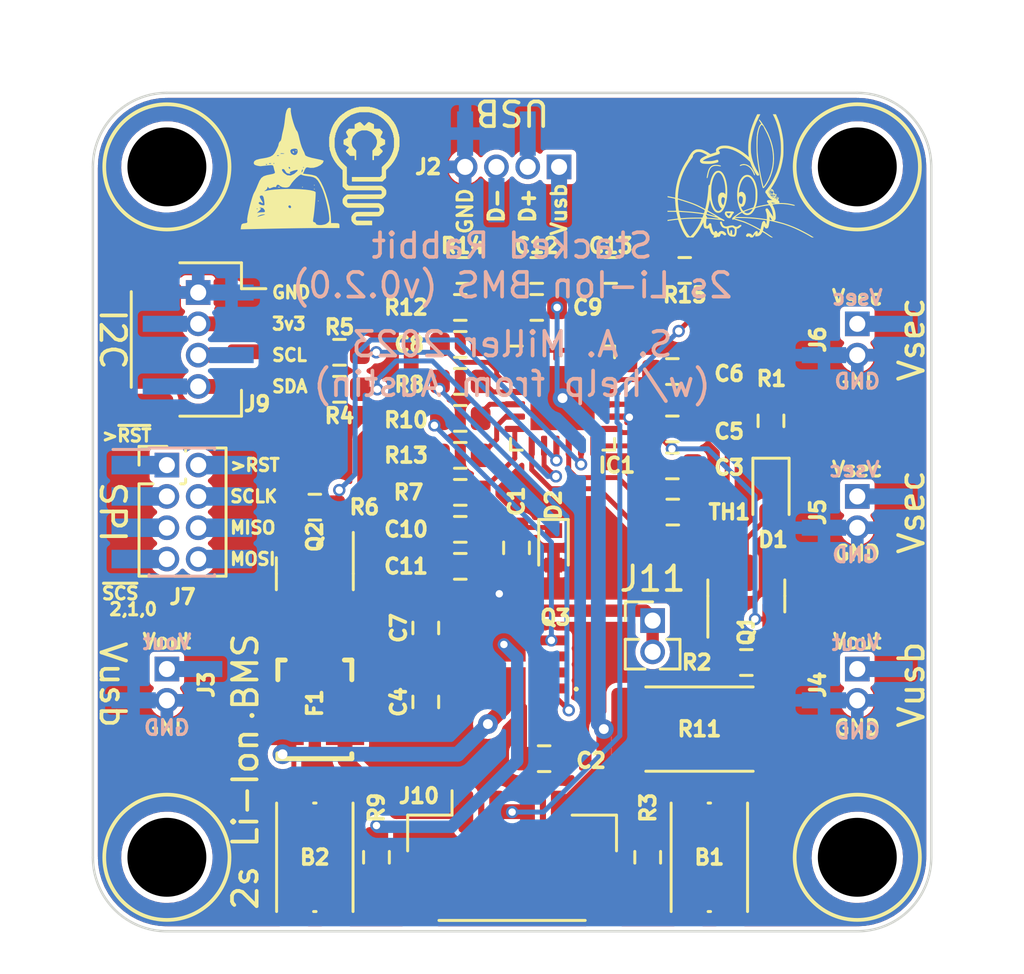
<source format=kicad_pcb>
(kicad_pcb (version 20211014) (generator pcbnew)
  (title_block (title "2s Li-Ion BMS") (rev "0.2.0") (company "The Nerd Mage / Austins Creations"))
  (layers (0 "F.Cu" signal) (31 "B.Cu" signal) (34 "B.Paste" user) (35 "F.Paste" user) (36 "B.SilkS" user "B.Silkscreen") (37 "F.SilkS" user "F.Silkscreen") (38 "B.Mask" user) (39 "F.Mask" user) (44 "Edge.Cuts" user))
  (net 0 "")
  (net 1 "UD+")
  (net 2 "UD-")
  (net 3 "GND")
  (net 8 "SDA")
  (net 9 "SCL")
  (net 10 "RESET")
  (net 11 "~{RESET}")
  (net 12 "~{SCS}2")
  (net 13 "SCLK")
  (net 14 "~{SCS}1")
  (net 15 "MISO")
  (net 16 "Vcc?")
  (net 17 "~{SCS}0")
  (net 18 "MOSI")
  (net 19 "Vusb")
  (net 20 "Net-(C10-Pad2)")
  (net 21 "/vbatt_fused")
  (net 22 "Net-(B2-Pad2)")
  (net 23 "VBUS")
  (net 24 "+BATT")
  (net 25 "/cell")
  (net 26 "Net-(D1-Pad1)")
  (net 27 "GNDREF")
  (net 28 "Net-(C4-Pad2)")
  (net 29 "+3.3VA")
  (net 30 "Net-(C2-Pad2)")
  (net 31 "/reg2")
  (net 37 "Net-(D1-Pad2)")
  (net 38 "/cell1")
  (net 39 "Net-(Q3-Pad4)")
  (net 40 "/batts")
  (net 41 "Net-(F1-Pad2)")
  (net 42 "/pckp")
  (net 43 "/in")
  (net 44 "/cp")
  (net 45 "/chg")
  (net 46 "/dis")
  (net 47 "/zvc")
  (net 48 "/aoldo")
  (net 49 "/alrt_")
  (net 50 "/scl_")
  (net 51 "/sda_")
  (net 52 "/th1")
  (net 53 "/pfail")
  (net 54 "/alrt")
  (footprint "Tinker:Mount" (layer "F.Cu") (at 114 114)
    (fp_text reference "REF**" hide)
    (fp_text value "Mount" hide)
  )
  (footprint "Resistor_SMD:R_0603_1608Metric" (layer "F.Cu") (at 110.5 96.3 90)
    (fp_text reference "R1")
    (fp_text value "10k")
  )
  (footprint "Resistor_SMD:R_0603_1608Metric" (layer "F.Cu") (at 105.5 114 90)
    (fp_text reference "R3")
    (fp_text value "150r")
  )
  (footprint "Resistor_SMD:R_0603_1608Metric" (layer "F.Cu") (at 97.9 91.7)
    (fp_text reference "R12")
    (fp_text value "10r")
  )
  (footprint "Resistor_SMD:R_0603_1608Metric" (layer "F.Cu") (at 97.9 93.2 180)
    (fp_text reference "C8")
    (fp_text value "470nF")
  )
  (footprint "Tinker:QWIIC_Stack_II" (layer "F.Cu") (at 87.27 93 -90)
    (fp_text reference "J9")
    (fp_text value "QWIIC_Stack_II")
  )
  (footprint "Resistor_SMD:R_0603_1608Metric" (layer "F.Cu") (at 101 90.2)
    (fp_text reference "C12")
    (fp_text value "10nF")
  )
  (footprint "Resistor_SMD:R_0603_1608Metric" (layer "F.Cu") (at 106.517549 100)
    (fp_text reference "TH1")
    (fp_text value "Thermistor_NTC")
  )
  (footprint "Resistor_SMD:R_0603_1608Metric" (layer "F.Cu") (at 96.5 104.7 90)
    (fp_text reference "C7")
    (fp_text value "100nF")
  )
  (footprint "Resistor_SMD:R_2512_6332Metric" (layer "F.Cu") (at 107.6 108.8)
    (fp_text reference "R11")
    (fp_text value "5mR")
  )
  (footprint "Tinker:PinHeader_2x04_P1.27mm_Vertical" (layer "F.Cu") (at 86 98.095)
    (fp_text reference "J7")
    (fp_text value "Conn_01x08_Male" hide)
  )
  (footprint "Resistor_SMD:R_0603_1608Metric" (layer "F.Cu") (at 97.9 100.7)
    (fp_text reference "C10")
    (fp_text value "100nF")
  )
  (footprint "Tinker:Mount" (layer "F.Cu") (at 86 114)
    (fp_text reference "REF**" hide)
    (fp_text value "Mount" hide)
  )
  (footprint "Tinker:DagNabbit" (layer "F.Cu") (at 109 87)
    (fp_text reference "REF**" hide)
    (fp_text value "DagNabbit" hide)
  )
  (footprint "Resistor_SMD:R_0603_1608Metric" (layer "F.Cu") (at 93 95.02)
    (fp_text reference "R4")
    (fp_text value "150r")
  )
  (footprint "Resistor_SMD:R_0603_1608Metric" (layer "F.Cu") (at 93 93.52 180)
    (fp_text reference "R5")
    (fp_text value "150r")
  )
  (footprint "Diode_SMD:D_SOD-523" (layer "F.Cu") (at 101.680183 101.450511 -90)
    (fp_text reference "D2")
    (fp_text value "RB520SM-30T2R")
  )
  (footprint "Tinker:SISF06DNT1GE3" (layer "F.Cu") (at 100.251744 106.178521 180)
    (fp_text reference "Q3")
    (fp_text value "SiSF06DN" hide)
  )
  (footprint "Package_TO_SOT_SMD:SOT-23" (layer "F.Cu") (at 92 102.5 -90)
    (fp_text reference "Q2")
    (fp_text value "AO3400")
  )
  (footprint "Tinker:Board_Stacker_2" (layer "F.Cu") (at 114 106.365)
    (fp_text reference "J4")
    (fp_text value "Conn_01x02_Male")
  )
  (footprint "Tinker:Mount" (layer "F.Cu") (at 114 86)
    (fp_text reference "REF**" hide)
    (fp_text value "Mount" hide)
  )
  (footprint "Resistor_SMD:R_0603_1608Metric" (layer "F.Cu") (at 109.5 106.1 180)
    (fp_text reference "R2")
    (fp_text value "10k")
  )
  (footprint "Resistor_SMD:R_0603_1608Metric" (layer "F.Cu") (at 97.9 96.2 180)
    (fp_text reference "R10")
    (fp_text value "100r")
  )
  (footprint "Resistor_SMD:R_0603_1608Metric" (layer "F.Cu") (at 106.5 94.3)
    (fp_text reference "C6")
    (fp_text value "470nF")
  )
  (footprint "LED_SMD:LED_0603_1608Metric" (layer "F.Cu") (at 110.5 99.3 -90)
    (fp_text reference "D1")
    (fp_text value "red")
  )
  (footprint "Package_TO_SOT_SMD:SOT-23" (layer "F.Cu") (at 109.5 103.4 90)
    (fp_text reference "Q1")
    (fp_text value "AO3401A")
  )
  (footprint "Tinker:Board_Stacker_4" (layer "F.Cu") (at 101.905 86 -90)
    (fp_text reference "J2")
    (fp_text value "Conn_01x04_Male")
  )
  (footprint "Resistor_SMD:R_0603_1608Metric" (layer "F.Cu") (at 107 90.2)
    (fp_text reference "R15")
    (fp_text value "49.9r")
  )
  (footprint "Tinker:Board_Stacker_2" (layer "F.Cu") (at 86 106.365)
    (fp_text reference "J3")
    (fp_text value "Conn_01x02_Male")
  )
  (footprint "Resistor_SMD:R_0603_1608Metric" (layer "F.Cu") (at 92 99.8 180)
    (fp_text reference "R6")
    (fp_text value "10k")
  )
  (footprint "Connector_JST:JST_GH_SM04B-GHS-TB_1x04-1MP_P1.25mm_Horizontal" (layer "F.Cu") (at 100 114)
    (fp_text reference "J10")
    (fp_text value "Battery")
  )
  (footprint "Resistor_SMD:R_0603_1608Metric" (layer "F.Cu") (at 106.5 96.627756)
    (fp_text reference "C5")
    (fp_text value "470nF")
  )
  (footprint "Tinker:SW_Push_TS273014TP" (layer "F.Cu") (at 92 114 90)
    (fp_text reference "B2")
    (fp_text value "button" hide)
  )
  (footprint "Resistor_SMD:R_0603_1608Metric" (layer "F.Cu") (at 97.9 94.7 180)
    (fp_text reference "R8")
    (fp_text value "100r")
  )
  (footprint "Tinker:Board_Stacker_2" (layer "F.Cu") (at 114 92.365)
    (fp_text reference "J6")
    (fp_text value "Conn_01x02_Male")
  )
  (footprint "Resistor_SMD:R_0603_1608Metric" (layer "F.Cu") (at 104 90.2)
    (fp_text reference "C13")
    (fp_text value "10nF")
  )
  (footprint "Resistor_SMD:R_0603_1608Metric" (layer "F.Cu") (at 106.5 98.127756)
    (fp_text reference "C3")
    (fp_text value "470nF")
  )
  (footprint "Resistor_SMD:R_0603_1608Metric" (layer "F.Cu") (at 97.9 102.2 180)
    (fp_text reference "C11")
    (fp_text value "100nF")
  )
  (footprint "Tinker:Board_Stacker_2" (layer "F.Cu") (at 114 99.365)
    (fp_text reference "J5")
    (fp_text value "Conn_01x02_Male")
  )
  (footprint "Tinker:Mount" (layer "F.Cu") (at 86 86)
    (fp_text reference "REF**" hide)
    (fp_text value "Mount" hide)
  )
  (footprint "Tinker:NerdMage" (layer "F.Cu") (at 91 86)
    (fp_text reference "G***" hide)
    (fp_text value "LOGO" hide)
  )
  (footprint "Tinker:SW_Push_TS273014TP" (layer "F.Cu") (at 108 114 90)
    (fp_text reference "B1")
    (fp_text value "button" hide)
  )
  (footprint "Tinker:AC_Logo" (layer "F.Cu") (at 94 86)
    (fp_text reference "G***" hide)
    (fp_text value "LOGO" hide)
  )
  (footprint "Resistor_SMD:R_0603_1608Metric" (layer "F.Cu") (at 96.5 107.7 90)
    (fp_text reference "C4")
    (fp_text value "100nF")
  )
  (footprint "Resistor_SMD:R_0603_1608Metric" (layer "F.Cu") (at 101.3 110)
    (fp_text reference "C2")
    (fp_text value "100nF")
  )
  (footprint "Resistor_SMD:R_0603_1608Metric" (layer "F.Cu") (at 97.9 99.2)
    (fp_text reference "R7")
    (fp_text value "1k")
  )
  (footprint "Resistor_SMD:R_0603_1608Metric" (layer "F.Cu") (at 100.180183 101.450511 90)
    (fp_text reference "C1")
    (fp_text value "10nF")
  )
  (footprint "Package_DFN_QFN:QFN-24-1EP_4x4mm_P0.5mm_EP2.6x2.6mm" (layer "F.Cu") (at 102.047361 95.377756)
    (fp_text reference "IC1")
    (fp_text value "MAX17320")
  )
  (footprint "Resistor_SMD:R_0603_1608Metric" (layer "F.Cu") (at 94.5 114 -90)
    (fp_text reference "R9")
    (fp_text value "1k")
  )
  (footprint "Resistor_SMD:R_0603_1608Metric" (layer "F.Cu") (at 101 91.7)
    (fp_text reference "C9")
    (fp_text value "100nF")
  )
  (footprint "Resistor_SMD:R_0603_1608Metric" (layer "F.Cu") (at 97.9 97.7 180)
    (fp_text reference "R13")
    (fp_text value "1k")
  )
  (footprint "Resistor_SMD:R_0603_1608Metric" (layer "F.Cu") (at 98 90.2)
    (fp_text reference "R14")
    (fp_text value "49.9r")
  )
  (footprint "Connector_PinHeader_1.27mm:PinHeader_1x02_P1.27mm_Vertical" (layer "F.Cu") (at 105.7 104.4)
    (fp_text reference "J11")
    (fp_text value "Conn_01x02")
  )
  (footprint "Tinker:SCF40301204" (layer "F.Cu") (at 92 108 -90)
    (fp_text reference "F1")
    (fp_text value "SCF4030" hide)
  )
  (gr_line (start 117 86) (end 117 114) (layer "Edge.Cuts") (width 0.1))
  (gr_arc (start 86 117) (mid 83.87868 116.12132) (end 83 114) (layer "Edge.Cuts") (width 0.1))
  (gr_arc (start 83 86) (mid 83.87868 83.87868) (end 86 83) (layer "Edge.Cuts") (width 0.1))
  (gr_line (start 86 83) (end 114 83) (layer "Edge.Cuts") (width 0.1))
  (gr_line (start 83 114) (end 83 86) (layer "Edge.Cuts") (width 0.1))
  (gr_arc (start 114 83) (mid 116.12132 83.87868) (end 117 86) (layer "Edge.Cuts") (width 0.1))
  (gr_line (start 86 117) (end 114 117) (layer "Edge.Cuts") (width 0.1))
  (gr_arc (start 117 114) (mid 116.12132 116.12132) (end 114 117) (layer "Edge.Cuts") (width 0.1))
  (gr_text "Stacked Rabbit\n${TITLE} (v${REVISION})" (at 100 90) (layer "B.SilkS") (effects (font (size 1 1)) (justify mirror)))
  (gr_text "GND" (at 113.911636 101.744492) (layer "B.SilkS") (effects (font (size 0.6 0.6) (thickness 0.125)) (justify mirror)))
  (gr_text "GND" (at 85.995908 108.747728) (layer "B.SilkS") (effects (font (size 0.6 0.6) (thickness 0.125)) (justify mirror)))
  (gr_text "Vout" (at 113.950572 105.303488) (layer "B.SilkS") (effects (font (size 0.6 0.6) (thickness 0.125)) (justify mirror)))
  (gr_text "GND" (at 114 94.7) (layer "B.SilkS") (effects (font (size 0.6 0.6) (thickness 0.125)) (justify mirror)))
  (gr_text "Vsec" (at 113.872799 98.268635) (layer "B.SilkS") (effects (font (size 0.6 0.6) (thickness 0.125)) (justify mirror)))
  (gr_text "Vsec" (at 114 91.3) (layer "B.SilkS") (effects (font (size 0.6 0.6) (thickness 0.125)) (justify mirror)))
  (gr_text "GND" (at 113.997176 108.89197) (layer "B.SilkS") (effects (font (size 0.6 0.6) (thickness 0.125)) (justify mirror)))
  (gr_text "S. A. Miller 2023\n(w/help from Austin)" (at 100 94) (layer "B.SilkS") (effects (font (size 1 1)) (justify mirror)))
  (gr_text "Vout" (at 86.009393 105.268635) (layer "B.SilkS") (effects (font (size 0.6 0.6) (thickness 0.125)) (justify mirror)))
  (gr_text "SDA" (at 90.2 94.905) (layer "F.SilkS") (effects (font (size 0.5 0.5) (thickness 0.125)) (justify left)))
  (gr_text "Vsec" (at 116.2 100 90) (layer "F.SilkS") (effects (font (size 1 1))))
  (gr_text "2,1,0" (at 83.6 103.94) (layer "F.SilkS") (effects (font (size 0.5 0.5) (thickness 0.125)) (justify left)))
  (gr_text "3v3" (at 90.2 92.365) (layer "F.SilkS") (effects (font (size 0.5 0.5) (thickness 0.125)) (justify left)))
  (gr_text "Vout" (at 114 105.245) (layer "F.SilkS") (effects (font (size 0.6 0.6) (thickness 0.125))))
  (gr_text "~{SCS}" (at 83.3 103.3) (layer "F.SilkS") (effects (font (size 0.5 0.5) (thickness 0.125)) (justify left)))
  (gr_text "GND" (at 114 94.7) (layer "F.SilkS") (effects (font (size 0.6 0.6) (thickness 0.125))))
  (gr_text "GND" (at 90.2 91.095) (layer "F.SilkS") (effects (font (size 0.5 0.5) (thickness 0.125)) (justify left)))
  (gr_text "D-" (at 99.365 86.8 90) (layer "F.SilkS") (effects (font (size 0.6 0.6)) (justify right)))
  (gr_text ">~{RST}" (at 83.3 96.9) (layer "F.SilkS") (effects (font (size 0.5 0.5) (thickness 0.125)) (justify left)))
  (gr_text "D+" (at 100.635 86.8 90) (layer "F.SilkS") (effects (font (size 0.6 0.6)) (justify right)))
  (gr_text "GND" (at 114 101.665) (layer "F.SilkS") (effects (font (size 0.6 0.6) (thickness 0.125))))
  (gr_text "Vsec" (at 116.2 93 90) (layer "F.SilkS") (effects (font (size 1 1))))
  (gr_text "USB" (at 100 83.8 180) (layer "F.SilkS") (effects (font (size 1 1))))
  (gr_text "SCLK" (at 88.5 99.365) (layer "F.SilkS") (effects (font (size 0.5 0.5) (thickness 0.125)) (justify left)))
  (gr_text ">RST" (at 88.5 98.095) (layer "F.SilkS") (effects (font (size 0.5 0.5) (thickness 0.125)) (justify left)))
  (gr_text "SPI" (at 83.8 100 -90) (layer "F.SilkS") (effects (font (size 1 1))))
  (gr_text "Vusb" (at 116.2 107 90) (layer "F.SilkS") (effects (font (size 1 1))))
  (gr_text "GND" (at 98.095 86.8 90) (layer "F.SilkS") (effects (font (size 0.6 0.6) (thickness 0.125)) (justify right)))
  (gr_text "SCL" (at 90.2 93.635) (layer "F.SilkS") (effects (font (size 0.5 0.5) (thickness 0.125)) (justify left)))
  (gr_text "GND" (at 114 108.745) (layer "F.SilkS") (effects (font (size 0.6 0.6) (thickness 0.125))))
  (gr_text "I2C" (at 83.8 93 -90) (layer "F.SilkS") (effects (font (size 1 1))))
  (gr_text "MISO" (at 88.5 100.635) (layer "F.SilkS") (effects (font (size 0.5 0.5) (thickness 0.125)) (justify left)))
  (gr_text "MOSI" (at 88.5 101.905) (layer "F.SilkS") (effects (font (size 0.5 0.5) (thickness 0.125)) (justify left)))
  (gr_text "GND" (at 86 108.745) (layer "F.SilkS") (effects (font (size 0.6 0.6) (thickness 0.125))))
  (gr_text "Vusb" (at 101.905 86.6 90) (layer "F.SilkS") (effects (font (size 0.6 0.6) (thickness 0.125)) (justify right)))
  (gr_text "${TITLE}" (at 89.185498 110.528404 90) (layer "F.SilkS") (effects (font (size 1 1))))
  (gr_text "Vusb" (at 83.8 107 -90) (layer "F.SilkS") (effects (font (size 1 1))))
  (gr_text "Vsec" (at 114 98.265) (layer "F.SilkS") (effects (font (size 0.6 0.6) (thickness 0.125))))
  (gr_text "Vout" (at 86 105.245) (layer "F.SilkS") (effects (font (size 0.6 0.6) (thickness 0.125))))
  (gr_text "Vsec" (at 114 91.3) (layer "F.SilkS") (effects (font (size 0.6 0.6) (thickness 0.125))))
  (via (at 104.755369 96.153423) (size 0.5) (drill 0.3) (layers "F.Cu" "B.Cu") (net 3))
  (via (at 99.481009 103.313554) (size 0.5) (drill 0.3) (layers "F.Cu" "B.Cu") (net 3))
  (segment (start 92.06 93.635) (end 92.175 93.52) (width 0.2) (layer "F.Cu") (net 8))
  (segment (start 87.27 93.635) (end 92.06 93.635) (width 0.2) (layer "F.Cu") (net 8))
  (segment (start 92.06 94.905) (end 92.175 95.02) (width 0.2) (layer "F.Cu") (net 9))
  (segment (start 87.27 94.905) (end 92.06 94.905) (width 0.2) (layer "F.Cu") (net 9))
  (segment (start 98.725 100.7) (end 98.725 102.2) (width 0.2) (layer "F.Cu") (net 20))
  (segment (start 91.15 115.85) (end 91.15 112.15) (width 0.2) (layer "F.Cu") (net 21))
  (segment (start 96.5 108.525) (end 98.036479 106.988521) (width 0.2) (layer "F.Cu") (net 21))
  (segment (start 91.15 108.625) (end 90.775 108.25) (width 0.2) (layer "F.Cu") (net 21))
  (segment (start 99.668744 107.946821) (end 99.668744 106.988521) (width 0.6) (layer "F.Cu") (net 21))
  (segment (start 90.690198 109.820778) (end 90.775 109.735976) (width 0.6) (layer "F.Cu") (net 21))
  (segment (start 100.505744 107.890521) (end 100.505744 110.013618) (width 0.2) (layer "F.Cu") (net 21))
  (segment (start 90.775 109.735976) (end 90.775 108.25) (width 0.6) (layer "F.Cu") (net 21))
  (segment (start 91.15 112.15) (end 91.15 111.47) (width 0.2) (layer "F.Cu") (net 21))
  (segment (start 91.15 111.47) (end 91.15 108.625) (width 0.2) (layer "F.Cu") (net 21))
  (segment (start 98.036479 106.988521) (end 99.668744 106.988521) (width 0.2) (layer "F.Cu") (net 21))
  (segment (start 100.398744 107.783521) (end 100.505744 107.890521) (width 0.2) (layer "F.Cu") (net 21))
  (segment (start 99.019244 108.596321) (end 99.668744 107.946821) (width 0.6) (layer "F.Cu") (net 21))
  (via (at 90.690198 109.820778) (size 0.8) (drill 0.4) (layers "F.Cu" "B.Cu") (net 21))
  (via (at 99.019244 108.596321) (size 0.8) (drill 0.4) (layers "F.Cu" "B.Cu") (net 21))
  (segment (start 99.019244 108.596321) (end 97.794787 109.820778) (width 0.6) (layer "B.Cu") (net 21))
  (segment (start 97.794787 109.820778) (end 90.690198 109.820778) (width 0.6) (layer "B.Cu") (net 21))
  (segment (start 92.85 115.85) (end 93.55714 115.85) (width 0.2) (layer "F.Cu") (net 22))
  (segment (start 92.85 115.85) (end 92.85 112.15) (width 0.2) (layer "F.Cu") (net 22))
  (segment (start 93.55714 115.85) (end 94.441236 114.965904) (width 0.2) (layer "F.Cu") (net 22))
  (segment (start 105.7 104.3) (end 105.7 105.57) (width 0.5) (layer "F.Cu") (net 23))
  (segment (start 100.202177 104) (end 105.4 104) (width 0.5) (layer "F.Cu") (net 23))
  (segment (start 99.668744 104.533433) (end 100.202177 104) (width 0.5) (layer "F.Cu") (net 23))
  (segment (start 96.5 103.875) (end 95.699884 103.074884) (width 0.5) (layer "F.Cu") (net 23))
  (segment (start 95.699884 103.074884) (end 95.699884 101.561723) (width 0.5) (layer "F.Cu") (net 23))
  (segment (start 96.5 103.875) (end 97.993521 105.368521) (width 0.5) (layer "F.Cu") (net 23))
  (segment (start 97.075 99.2) (end 97.075 100.7) (width 0.5) (layer "F.Cu") (net 23))
  (segment (start 105.4 104) (end 105.7 104.3) (width 0.5) (layer "F.Cu") (net 23))
  (segment (start 97.993521 105.368521) (end 99.668744 105.368521) (width 0.5) (layer "F.Cu") (net 23))
  (segment (start 96.561607 100.7) (end 97.075 100.7) (width 0.5) (layer "F.Cu") (net 23))
  (segment (start 95.699884 101.561723) (end 96.561607 100.7) (width 0.5) (layer "F.Cu") (net 23))
  (segment (start 99.668744 105.368521) (end 99.668744 104.533433) (width 0.5) (layer "F.Cu") (net 23))
  (segment (start 97.075 97.7) (end 97.075 99.2) (width 0.5) (layer "F.Cu") (net 23))
  (via (at 94.5 112.712474) (size 0.5) (drill 0.3) (layers "F.Cu" "B.Cu") (net 23))
  (via (at 99.668744 105.368521) (size 0.5) (drill 0.3) (layers "F.Cu" "B.Cu") (net 23))
  (segment (start 99.668744 105.369616) (end 100.206957 105.907829) (width 0.5) (layer "B.Cu") (net 23))
  (segment (start 100.206957 105.907829) (end 100.206957 110.092968) (width 0.5) (layer "B.Cu") (net 23))
  (segment (start 100.206957 110.092968) (end 97.537666 112.762259) (width 0.5) (layer "B.Cu") (net 23))
  (segment (start 94.5 112.712474) (end 94.549785 112.762259) (width 0.5) (layer "B.Cu") (net 23))
  (segment (start 99.668744 105.368521) (end 99.668744 105.369616) (width 0.5) (layer "B.Cu") (net 23))
  (segment (start 94.549785 112.762259) (end 97.537666 112.762259) (width 0.5) (layer "B.Cu") (net 23))
  (segment (start 97.075 91.7) (end 97.075 90.3) (width 0.6) (layer "F.Cu") (net 24))
  (segment (start 96.636838 91.7) (end 97.075 91.7) (width 0.6) (layer "F.Cu") (net 24))
  (segment (start 94.023184 97.033609) (end 95.907616 95.149177) (width 0.6) (layer "F.Cu") (net 24))
  (segment (start 95.907616 92.429222) (end 96.636838 91.7) (width 0.6) (layer "F.Cu") (net 24))
  (segment (start 95.314818 112.15) (end 98.125 112.15) (width 0.6) (layer "F.Cu") (net 24))
  (segment (start 95.907616 95.149177) (end 95.907616 92.429222) (width 0.6) (layer "F.Cu") (net 24))
  (segment (start 97.075 90.3) (end 97.175 90.2) (width 0.6) (layer "F.Cu") (net 24))
  (segment (start 93.225 108.25) (end 94.023184 107.451816) (width 0.6) (layer "F.Cu") (net 24))
  (segment (start 93.225 110.060182) (end 95.314818 112.15) (width 0.6) (layer "F.Cu") (net 24))
  (segment (start 94.023184 107.451816) (end 94.023184 97.033609) (width 0.6) (layer "F.Cu") (net 24))
  (segment (start 93.225 108.25) (end 93.225 110.060182) (width 0.6) (layer "F.Cu") (net 24))
  (segment (start 106.756738 92.657733) (end 107.825 91.589471) (width 0.2) (layer "F.Cu") (net 25))
  (segment (start 99.375 112.15) (end 100.625 112.15) (width 0.6) (layer "F.Cu") (net 25))
  (segment (start 107.825 91.589471) (end 107.825 90.2) (width 0.2) (layer "F.Cu") (net 25))
  (via (at 106.756738 92.657733) (size 0.5) (drill 0.3) (layers "F.Cu" "B.Cu") (net 25))
  (via (at 100.002644 112.166451) (size 0.5) (drill 0.3) (layers "F.Cu" "B.Cu") (net 25))
  (segment (start 104.37 96.475161) (end 104.255369 96.36053) (width 0.2) (layer "B.Cu") (net 25))
  (segment (start 104.37 109.069239) (end 104.37 96.475161) (width 0.2) (layer "B.Cu") (net 25))
  (segment (start 104.255369 95.159102) (end 106.756738 92.657733) (width 0.2) (layer "B.Cu") (net 25))
  (segment (start 100.002644 112.166451) (end 101.272788 112.166451) (width 0.2) (layer "B.Cu") (net 25))
  (segment (start 101.272788 112.166451) (end 104.37 109.069239) (width 0.2) (layer "B.Cu") (net 25))
  (segment (start 104.255369 96.36053) (end 104.255369 95.159102) (width 0.2) (layer "B.Cu") (net 25))
  (segment (start 110.5 98.5125) (end 110.5 97.125) (width 0.2) (layer "F.Cu") (net 26))
  (segment (start 103.72 110.325774) (end 103.72 108.8) (width 0.6) (layer "F.Cu") (net 27))
  (segment (start 107.325 96.627756) (end 106.325 95.627756) (width 0.2) (layer "F.Cu") (net 27))
  (segment (start 103.937913 95.674704) (end 103.984861 95.627756) (width 0.2) (layer "F.Cu") (net 27))
  (segment (start 105.997244 95.627756) (end 107.325 94.3) (width 0.2) (layer "F.Cu") (net 27))
  (segment (start 107.946717 96.627756) (end 107.325 96.627756) (width 0.2) (layer "F.Cu") (net 27))
  (segment (start 107.342549 100) (end 107.869671 100) (width 0.2) (layer "F.Cu") (net 27))
  (segment (start 104.825 90.898691) (end 102.797361 92.92633) (width 0.2) (layer "F.Cu") (net 27))
  (segment (start 103.72 108.8) (end 104.6375 108.8) (width 0.6) (layer "F.Cu") (net 27))
  (segment (start 102.797361 94.627756) (end 102.047361 95.377756) (width 0.2) (layer "F.Cu") (net 27))
  (segment (start 108.725095 99.144576) (end 108.725095 97.406134) (width 0.2) (layer "F.Cu") (net 27))
  (segment (start 106.325 95.627756) (end 105.260545 95.627756) (width 0.2) (layer "F.Cu") (net 27))
  (segment (start 102.797361 93.440256) (end 102.797361 94.627756) (width 0.2) (layer "F.Cu") (net 27))
  (segment (start 101.875 112.15) (end 101.895774 112.15) (width 0.6) (layer "F.Cu") (net 27))
  (segment (start 105.725846 95.627756) (end 106.325 95.627756) (width 0.2) (layer "F.Cu") (net 27))
  (segment (start 103.984861 95.627756) (end 105.997244 95.627756) (width 0.2) (layer "F.Cu") (net 27))
  (segment (start 108.725095 97.406134) (end 107.946717 96.627756) (width 0.2) (layer "F.Cu") (net 27))
  (segment (start 102.79118 95.377756) (end 103.088128 95.674704) (width 0.2) (layer "F.Cu") (net 27))
  (segment (start 107.869671 100) (end 108.725095 99.144576) (width 0.2) (layer "F.Cu") (net 27))
  (segment (start 101.895774 112.15) (end 103.72 110.325774) (width 0.6) (layer "F.Cu") (net 27))
  (segment (start 103.088128 95.674704) (end 103.937913 95.674704) (width 0.2) (layer "F.Cu") (net 27))
  (segment (start 105.260545 95.627756) (end 105.725846 95.627756) (width 0.2) (layer "F.Cu") (net 27))
  (segment (start 102.797361 93.440256) (end 102.797361 92.92633) (width 0.2) (layer "F.Cu") (net 27))
  (segment (start 104.825 90.2) (end 104.825 90.898691) (width 0.2) (layer "F.Cu") (net 27))
  (segment (start 102.047361 95.377756) (end 102.79118 95.377756) (width 0.2) (layer "F.Cu") (net 27))
  (segment (start 103.984861 95.627756) (end 105.260545 95.627756) (width 0.2) (layer "F.Cu") (net 27))
  (via (at 103.72 108.8) (size 0.8) (drill 0.4) (layers "F.Cu" "B.Cu") (net 27))
  (via (at 102.047361 95.377756) (size 0.8) (drill 0.4) (layers "F.Cu" "B.Cu") (net 27))
  (via (at 101.825 91.7) (size 0.5) (drill 0.3) (layers "F.Cu" "B.Cu") (net 27))
  (segment (start 102.047361 95.377756) (end 103.497361 96.827755) (width 0.6) (layer "B.Cu") (net 27))
  (segment (start 103.497361 108.577361) (end 103.72 108.8) (width 0.6) (layer "B.Cu") (net 27))
  (segment (start 101.825 91.7) (end 101.825 95.155395) (width 0.2) (layer "B.Cu") (net 27))
  (segment (start 103.497361 96.827755) (end 103.497361 108.577361) (width 0.6) (layer "B.Cu") (net 27))
  (segment (start 101.825 95.155395) (end 102.047361 95.377756) (width 0.2) (layer "B.Cu") (net 27))
  (segment (start 96.5 105.525) (end 96.5 106.875) (width 0.2) (layer "F.Cu") (net 28))
  (segment (start 104.458971 96.775954) (end 105.526802 96.775954) (width 0.2) (layer "F.Cu") (net 29))
  (segment (start 110.45 104.3375) (end 109.853185 104.3375) (width 0.2) (layer "F.Cu") (net 29))
  (segment (start 103.984861 96.627756) (end 104.310773 96.627756) (width 0.2) (layer "F.Cu") (net 29))
  (segment (start 104.310773 96.627756) (end 104.458971 96.775954) (width 0.2) (layer "F.Cu") (net 29))
  (segment (start 110.325 104.4625) (end 110.45 104.3375) (width 0.2) (layer "F.Cu") (net 29))
  (segment (start 105.526802 96.775954) (end 105.675 96.627756) (width 0.2) (layer "F.Cu") (net 29))
  (segment (start 110.325 106.1) (end 110.325 104.4625) (width 0.2) (layer "F.Cu") (net 29))
  (segment (start 106.482711 97.435467) (end 105.675 96.627756) (width 0.2) (layer "F.Cu") (net 29))
  (via (at 106.482711 97.435467) (size 0.5) (drill 0.3) (layers "F.Cu" "B.Cu") (net 29))
  (via (at 109.853185 104.3375) (size 0.5) (drill 0.3) (layers "F.Cu" "B.Cu") (net 29))
  (segment (start 107.935772 97.435467) (end 106.482711 97.435467) (width 0.2) (layer "B.Cu") (net 29))
  (segment (start 109.853185 99.35288) (end 107.935772 97.435467) (width 0.2) (layer "B.Cu") (net 29))
  (segment (start 109.853185 104.3375) (end 109.853185 99.35288) (width 0.2) (layer "B.Cu") (net 29))
  (segment (start 101.516949 107.076726) (end 101.593744 107.153521) (width 0.2) (layer "F.Cu") (net 30))
  (segment (start 102.155744 110.013618) (end 101.342 109.199874) (width 0.2) (layer "F.Cu") (net 30))
  (segment (start 101.342 107.076726) (end 101.516949 107.076726) (width 0.2) (layer "F.Cu") (net 30))
  (segment (start 102.300129 108.034855) (end 101.342 107.076726) (width 0.2) (layer "F.Cu") (net 30))
  (segment (start 101.342 109.199874) (end 101.342 107.076726) (width 0.2) (layer "F.Cu") (net 30))
  (via (at 97.050775 95.007013) (size 0.5) (drill 0.3) (layers "F.Cu" "B.Cu") (net 30))
  (via (at 102.300129 108.034855) (size 0.5) (drill 0.3) (layers "F.Cu" "B.Cu") (net 30))
  (segment (start 102.223488 100.179727) (end 97.050775 95.007013) (width 0.2) (layer "B.Cu") (net 30))
  (segment (start 102.223488 107.958214) (end 102.223488 100.179727) (width 0.2) (layer "B.Cu") (net 30))
  (segment (start 102.300129 108.034855) (end 102.223488 107.958214) (width 0.2) (layer "B.Cu") (net 30))
  (segment (start 105.347244 94.627756) (end 105.675 94.3) (width 0.2) (layer "F.Cu") (net 31))
  (segment (start 103.984861 94.627756) (end 105.347244 94.627756) (width 0.2) (layer "F.Cu") (net 31))
  (segment (start 109.5 101.0875) (end 110.5 100.0875) (width 0.2) (layer "F.Cu") (net 37))
  (segment (start 109.5 102.4625) (end 109.5 101.0875) (width 0.2) (layer "F.Cu") (net 37))
  (segment (start 101.297361 93.440256) (end 102.297361 93.440256) (width 0.2) (layer "F.Cu") (net 38))
  (segment (start 103.175 90.2) (end 101.825 90.2) (width 0.2) (layer "F.Cu") (net 38))
  (segment (start 102.297361 93.440256) (end 102.297361 92.931356) (width 0.2) (layer "F.Cu") (net 38))
  (segment (start 103.9 89.475) (end 103.175 90.2) (width 0.2) (layer "F.Cu") (net 38))
  (segment (start 106.175 90.2) (end 105.45 89.475) (width 0.2) (layer "F.Cu") (net 38))
  (segment (start 105.45 89.475) (end 103.9 89.475) (width 0.2) (layer "F.Cu") (net 38))
  (segment (start 103.175 92.053717) (end 103.175 90.2) (width 0.2) (layer "F.Cu") (net 38))
  (segment (start 102.297361 92.931356) (end 103.175 92.053717) (width 0.2) (layer "F.Cu") (net 38))
  (via (at 101.593744 105.203521) (size 0.5) (drill 0.3) (layers "F.Cu" "B.Cu") (net 39))
  (via (at 96.848683 96.482284) (size 0.5) (drill 0.3) (layers "F.Cu" "B.Cu") (net 39))
  (segment (start 101.593744 105.203521) (end 101.593744 101.227345) (width 0.2) (layer "B.Cu") (net 39))
  (segment (start 101.593744 101.227345) (end 96.848683 96.482284) (width 0.2) (layer "B.Cu") (net 39))
  (segment (start 101.058564 92.622915) (end 101.058564 91.083564) (width 0.2) (layer "F.Cu") (net 40))
  (segment (start 100.797361 92.884118) (end 101.058564 92.622915) (width 0.2) (layer "F.Cu") (net 40))
  (segment (start 98.825 90.2) (end 100.175 90.2) (width 0.2) (layer "F.Cu") (net 40))
  (segment (start 101.058564 91.083564) (end 100.175 90.2) (width 0.2) (layer "F.Cu") (net 40))
  (segment (start 100.797361 93.440256) (end 100.797361 92.884118) (width 0.2) (layer "F.Cu") (net 40))
  (segment (start 92 106.1) (end 92 103.4375) (width 0.2) (layer "F.Cu") (net 41))
  (segment (start 100.109861 96.627756) (end 100.109861 97.815139) (width 0.2) (layer "F.Cu") (net 42))
  (segment (start 98.754672 99.2) (end 100.180183 100.625511) (width 0.2) (layer "F.Cu") (net 42))
  (segment (start 100.180183 100.625511) (end 101.555183 100.625511) (width 0.2) (layer "F.Cu") (net 42))
  (segment (start 100.109861 97.815139) (end 98.725 99.2) (width 0.2) (layer "F.Cu") (net 42))
  (segment (start 101.555183 100.625511) (end 101.680183 100.750511) (width 0.2) (layer "F.Cu") (net 42))
  (segment (start 98.725 99.2) (end 98.754672 99.2) (width 0.2) (layer "F.Cu") (net 42))
  (segment (start 98.725 91.7) (end 100.175 91.7) (width 0.2) (layer "F.Cu") (net 43))
  (segment (start 98.725 93.127756) (end 99.109861 93.127756) (width 0.2) (layer "F.Cu") (net 43))
  (segment (start 100.109861 91.765139) (end 100.175 91.7) (width 0.2) (layer "F.Cu") (net 43))
  (segment (start 100.109861 94.127756) (end 100.109861 91.765139) (width 0.2) (layer "F.Cu") (net 43))
  (segment (start 99.109861 93.127756) (end 100.109861 94.127756) (width 0.2) (layer "F.Cu") (net 43))
  (segment (start 99.063251 93.926855) (end 97.801855 93.926855) (width 0.2) (layer "F.Cu") (net 44))
  (segment (start 97.801855 93.926855) (end 97.075 93.2) (width 0.2) (layer "F.Cu") (net 44))
  (segment (start 99.570143 94.627756) (end 99.375 94.432613) (width 0.2) (layer "F.Cu") (net 44))
  (segment (start 100.109861 94.627756) (end 99.570143 94.627756) (width 0.2) (layer "F.Cu") (net 44))
  (segment (start 99.375 94.432613) (end 99.375 94.238604) (width 0.2) (layer "F.Cu") (net 44))
  (segment (start 99.375 94.238604) (end 99.063251 93.926855) (width 0.2) (layer "F.Cu") (net 44))
  (segment (start 100.109861 95.127756) (end 99.225 95.127756) (width 0.2) (layer "F.Cu") (net 45))
  (segment (start 99.225 95.127756) (end 98.725 94.627756) (width 0.2) (layer "F.Cu") (net 45))
  (segment (start 99.097244 95.627756) (end 98.725 96) (width 0.2) (layer "F.Cu") (net 46))
  (segment (start 100.109861 95.627756) (end 99.097244 95.627756) (width 0.2) (layer "F.Cu") (net 46))
  (segment (start 100.109861 96.127756) (end 99.755419 96.127756) (width 0.2) (layer "F.Cu") (net 47))
  (segment (start 99.375 97.05) (end 98.725 97.7) (width 0.2) (layer "F.Cu") (net 47))
  (segment (start 99.375 96.508175) (end 99.375 97.05) (width 0.2) (layer "F.Cu") (net 47))
  (segment (start 99.755419 96.127756) (end 99.375 96.508175) (width 0.2) (layer "F.Cu") (net 47))
  (segment (start 103.297361 97.315256) (end 104.943027 97.315256) (width 0.2) (layer "F.Cu") (net 48))
  (segment (start 104.943027 97.315256) (end 105.675 98.047229) (width 0.2) (layer "F.Cu") (net 48))
  (segment (start 105.675 98.047229) (end 105.675 98.127756) (width 0.2) (layer "F.Cu") (net 48))
  (segment (start 107.93856 103.468029) (end 103.5221 99.051569) (width 0.2) (layer "F.Cu") (net 49))
  (segment (start 101.570295 99.051569) (end 100.797361 98.278634) (width 0.2) (layer "F.Cu") (net 49))
  (segment (start 107.93856 109.851432) (end 107.93856 103.468029) (width 0.2) (layer "F.Cu") (net 49))
  (segment (start 103.5221 99.051569) (end 101.570295 99.051569) (width 0.2) (layer "F.Cu") (net 49))
  (segment (start 100.797361 98.278634) (end 100.797361 97.315256) (width 0.2) (layer "F.Cu") (net 49))
  (segment (start 105.5 112.289992) (end 107.93856 109.851432) (width 0.2) (layer "F.Cu") (net 49))
  (segment (start 105.5 113.175) (end 105.5 112.289992) (width 0.2) (layer "F.Cu") (net 49))
  (segment (start 101.589754 98.402358) (end 101.297361 98.109965) (width 0.2) (layer "F.Cu") (net 50))
  (segment (start 101.628192 98.402358) (end 101.589754 98.402358) (width 0.2) (layer "F.Cu") (net 50))
  (segment (start 94.532662 95.02) (end 93.825 95.02) (width 0.2) (layer "F.Cu") (net 50))
  (segment (start 101.777403 98.551569) (end 101.628192 98.402358) (width 0.2) (layer "F.Cu") (net 50))
  (segment (start 101.297361 98.109965) (end 101.297361 97.315256) (width 0.2) (layer "F.Cu") (net 50))
  (via (at 101.777403 98.551569) (size 0.5) (drill 0.3) (layers "F.Cu" "B.Cu") (net 50))
  (via (at 94.532662 95.02) (size 0.5) (drill 0.3) (layers "F.Cu" "B.Cu") (net 50))
  (segment (start 101.448431 98.551569) (end 101.777403 98.551569) (width 0.2) (layer "B.Cu") (net 50))
  (segment (start 94.532662 95.02) (end 94.532662 94.635211) (width 0.2) (layer "B.Cu") (net 50))
  (segment (start 94.532662 94.635211) (end 95.297873 93.87) (width 0.2) (layer "B.Cu") (net 50))
  (segment (start 96.766862 93.87) (end 101.448431 98.551569) (width 0.2) (layer "B.Cu") (net 50))
  (segment (start 95.297873 93.87) (end 96.766862 93.87) (width 0.2) (layer "B.Cu") (net 50))
  (segment (start 101.796861 97.902358) (end 101.797361 97.901858) (width 0.2) (layer "F.Cu") (net 51))
  (segment (start 101.797361 97.901858) (end 101.797361 97.315256) (width 0.2) (layer "F.Cu") (net 51))
  (segment (start 94.491216 93.52) (end 93.825 93.52) (width 0.2) (layer "F.Cu") (net 51))
  (via (at 94.491216 93.52) (size 0.5) (drill 0.3) (layers "F.Cu" "B.Cu") (net 51))
  (via (at 101.796861 97.902358) (size 0.5) (drill 0.3) (layers "F.Cu" "B.Cu") (net 51))
  (segment (start 97.414503 93.52) (end 101.796861 97.902358) (width 0.2) (layer "B.Cu") (net 51))
  (segment (start 94.491216 93.52) (end 97.414503 93.52) (width 0.2) (layer "B.Cu") (net 51))
  (segment (start 102.604264 98.601334) (end 104.293883 98.601334) (width 0.2) (layer "F.Cu") (net 52))
  (segment (start 104.293883 98.601334) (end 105.692549 100) (width 0.2) (layer "F.Cu") (net 52))
  (segment (start 102.297361 97.315256) (end 102.297361 98.294431) (width 0.2) (layer "F.Cu") (net 52))
  (segment (start 102.297361 98.294431) (end 102.604264 98.601334) (width 0.2) (layer "F.Cu") (net 52))
  (segment (start 102.797361 98.061689) (end 102.797361 97.315256) (width 0.2) (layer "F.Cu") (net 53))
  (segment (start 92.95 99.14818) (end 92.95 101.3625) (width 0.2) (layer "F.Cu") (net 53))
  (segment (start 92.991277 99.306903) (end 92.95 99.34818) (width 0.2) (layer "F.Cu") (net 53))
  (via (at 92.991277 99.106903) (size 0.5) (drill 0.3) (layers "F.Cu" "B.Cu") (net 53))
  (via (at 102.797361 98.061689) (size 0.5) (drill 0.3) (layers "F.Cu" "B.Cu") (net 53))
  (segment (start 93.635422 98.462758) (end 93.635422 93.652997) (width 0.2) (layer "B.Cu") (net 53))
  (segment (start 94.268419 93.02) (end 97.755672 93.02) (width 0.2) (layer "B.Cu") (net 53))
  (segment (start 97.755672 93.02) (end 102.797361 98.061689) (width 0.2) (layer "B.Cu") (net 53))
  (segment (start 93.635422 93.652997) (end 94.268419 93.02) (width 0.2) (layer "B.Cu") (net 53))
  (segment (start 92.991277 99.106903) (end 93.635422 98.462758) (width 0.2) (layer "B.Cu") (net 53))
  (segment (start 106.525 115.85) (end 105.5 114.825) (width 0.2) (layer "F.Cu") (net 54))
  (segment (start 108.675 106.1) (end 108.690813 106.115813) (width 0.2) (layer "F.Cu") (net 54))
  (segment (start 108.675 106.1) (end 108.675 104.4625) (width 0.2) (layer "F.Cu") (net 54))
  (segment (start 108.690813 106.115813) (end 108.690813 110.609187) (width 0.2) (layer "F.Cu") (net 54))
  (segment (start 107.15 115.85) (end 107.15 112.15) (width 0.2) (layer "F.Cu") (net 54))
  (segment (start 108.690813 110.609187) (end 107.15 112.15) (width 0.2) (layer "F.Cu") (net 54))
  (segment (start 107.15 115.85) (end 106.525 115.85) (width 0.2) (layer "F.Cu") (net 54))
  (segment (start 108.675 104.4625) (end 108.55 104.3375) (width 0.2) (layer "F.Cu") (net 54))
  (zone (net 3) (net_name "GND") (layer "F.Cu") (connect_pads (clearance 0.2)) (min_thickness 0.2) (fill yes (thermal_gap 0.2) (thermal_bridge_width 0.508))
    (polygon (pts (xy 118.582229 117.809465) (xy 81.651499 117.809467) (xy 81.651498 82.584881) (xy 118.582228 82.584879)))
  )
  (zone (net 3) (net_name "GND") (layer "B.Cu") (connect_pads (clearance 0.2)) (min_thickness 0.2) (fill yes (thermal_gap 0.254) (thermal_bridge_width 0.508))
    (polygon (pts (xy 119.380001 118.507005) (xy 80.682697 118.507005) (xy 80.682697 82.09421) (xy 119.380001 82.09421)))
  )
)
</source>
